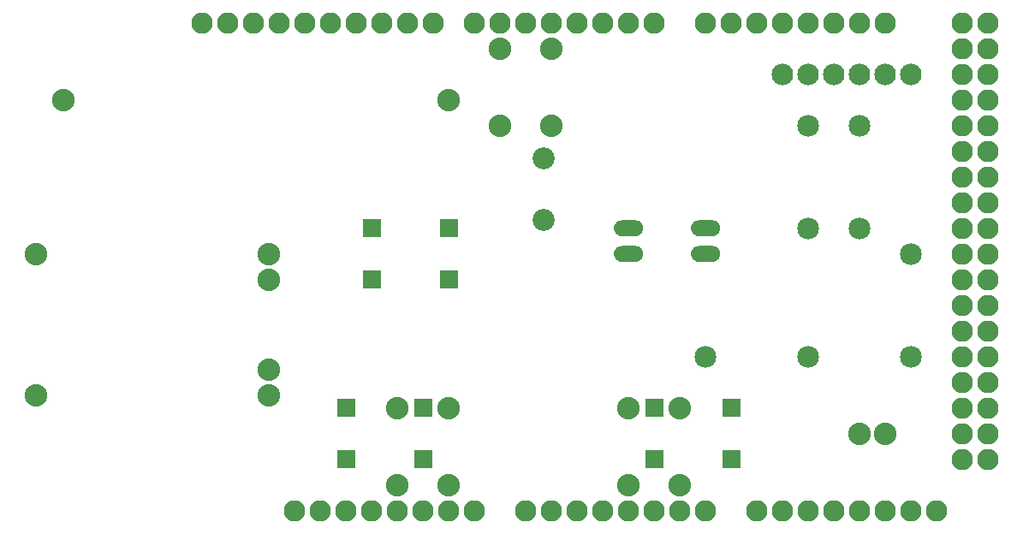
<source format=gbs>
G04 MADE WITH FRITZING*
G04 WWW.FRITZING.ORG*
G04 DOUBLE SIDED*
G04 HOLES PLATED*
G04 CONTOUR ON CENTER OF CONTOUR VECTOR*
%ASAXBY*%
%FSLAX23Y23*%
%MOIN*%
%OFA0B0*%
%SFA1.0B1.0*%
%ADD10C,0.082917*%
%ADD11C,0.085000*%
%ADD12C,0.062000*%
%ADD13C,0.088000*%
%ADD14C,0.084000*%
%ADD15C,0.069370*%
%ADD16C,0.085433*%
%ADD17R,0.001000X0.001000*%
%LNMASK0*%
G90*
G70*
G54D10*
X3007Y103D03*
X1407Y103D03*
X3107Y103D03*
X3207Y103D03*
X3307Y103D03*
X3407Y103D03*
X3707Y1503D03*
X3507Y103D03*
X3607Y103D03*
X1447Y2003D03*
X2007Y103D03*
X2107Y103D03*
X2207Y103D03*
X2307Y103D03*
X3707Y703D03*
X2407Y103D03*
X2507Y103D03*
X2607Y103D03*
X2707Y103D03*
X2207Y2003D03*
X3707Y1903D03*
X3707Y1103D03*
X3707Y303D03*
X1047Y2003D03*
X1807Y103D03*
X1807Y2003D03*
X3707Y1703D03*
X3707Y1303D03*
X3707Y903D03*
X3407Y2003D03*
X3707Y503D03*
X3307Y2003D03*
X3207Y2003D03*
X3107Y2003D03*
X3007Y2003D03*
X2907Y2003D03*
X2807Y2003D03*
X2707Y2003D03*
X847Y2003D03*
X1247Y2003D03*
X1647Y2003D03*
X1207Y103D03*
X1607Y103D03*
X2407Y2003D03*
X2007Y2003D03*
X3707Y2003D03*
X3707Y1803D03*
X3707Y1603D03*
X3707Y1403D03*
X3707Y1203D03*
X3707Y1003D03*
X3707Y803D03*
X3707Y603D03*
X3707Y403D03*
X747Y2003D03*
X947Y2003D03*
X1147Y2003D03*
X1347Y2003D03*
X1547Y2003D03*
X1107Y103D03*
X1307Y103D03*
X1507Y103D03*
X1707Y103D03*
X2507Y2003D03*
X2307Y2003D03*
X2107Y2003D03*
X1907Y2003D03*
X3807Y2003D03*
X3807Y1903D03*
X3807Y1803D03*
X3807Y1703D03*
X3807Y1603D03*
X3807Y1503D03*
X3807Y1403D03*
X3807Y1303D03*
X3807Y1203D03*
X3807Y1103D03*
X3807Y1003D03*
X3807Y903D03*
X3807Y803D03*
X3807Y703D03*
X3807Y603D03*
X3807Y503D03*
X3807Y403D03*
X3807Y303D03*
X2907Y103D03*
G54D11*
X3507Y1103D03*
X3507Y703D03*
G54D12*
X2707Y1103D03*
X2707Y1203D03*
X2407Y1203D03*
X2407Y1103D03*
G54D11*
X2707Y703D03*
X3107Y703D03*
G54D13*
X98Y1103D03*
X98Y551D03*
X1007Y1103D03*
X1007Y1003D03*
X1007Y652D03*
X1007Y551D03*
G54D14*
X3007Y1803D03*
X3107Y1803D03*
X3207Y1803D03*
X3307Y1803D03*
X3407Y1803D03*
X3507Y1803D03*
G54D13*
X1707Y1703D03*
X2407Y503D03*
X2407Y203D03*
X1907Y1603D03*
X1707Y203D03*
X2607Y203D03*
X1707Y503D03*
X1507Y503D03*
X207Y1703D03*
X2607Y503D03*
X2107Y1603D03*
X1907Y1903D03*
X1507Y203D03*
X2107Y1903D03*
G54D15*
X1307Y503D03*
X1607Y503D03*
X1307Y303D03*
X1607Y303D03*
X1707Y1003D03*
X1407Y1003D03*
X1707Y1203D03*
X1407Y1203D03*
X2507Y503D03*
X2807Y503D03*
X2507Y303D03*
X2807Y303D03*
G54D13*
X3407Y403D03*
X3307Y403D03*
G54D11*
X3307Y1203D03*
X3307Y1603D03*
X3107Y1203D03*
X3107Y1603D03*
G54D16*
X2076Y1475D03*
X2076Y1235D03*
G54D17*
X1373Y1237D02*
X1441Y1237D01*
X1673Y1237D02*
X1741Y1237D01*
X1373Y1236D02*
X1441Y1236D01*
X1673Y1236D02*
X1741Y1236D01*
X1373Y1235D02*
X1441Y1235D01*
X1673Y1235D02*
X1741Y1235D01*
X1373Y1234D02*
X1441Y1234D01*
X1673Y1234D02*
X1741Y1234D01*
X2378Y1234D02*
X2436Y1234D01*
X2678Y1234D02*
X2736Y1234D01*
X1373Y1233D02*
X1441Y1233D01*
X1673Y1233D02*
X1741Y1233D01*
X2373Y1233D02*
X2441Y1233D01*
X2673Y1233D02*
X2741Y1233D01*
X1373Y1232D02*
X1441Y1232D01*
X1673Y1232D02*
X1741Y1232D01*
X2370Y1232D02*
X2444Y1232D01*
X2670Y1232D02*
X2744Y1232D01*
X1373Y1231D02*
X1441Y1231D01*
X1673Y1231D02*
X1741Y1231D01*
X2368Y1231D02*
X2446Y1231D01*
X2668Y1231D02*
X2746Y1231D01*
X1373Y1230D02*
X1441Y1230D01*
X1673Y1230D02*
X1741Y1230D01*
X2366Y1230D02*
X2448Y1230D01*
X2666Y1230D02*
X2748Y1230D01*
X1373Y1229D02*
X1441Y1229D01*
X1673Y1229D02*
X1741Y1229D01*
X2364Y1229D02*
X2449Y1229D01*
X2664Y1229D02*
X2749Y1229D01*
X1373Y1228D02*
X1441Y1228D01*
X1673Y1228D02*
X1741Y1228D01*
X2363Y1228D02*
X2451Y1228D01*
X2663Y1228D02*
X2751Y1228D01*
X1373Y1227D02*
X1441Y1227D01*
X1673Y1227D02*
X1741Y1227D01*
X2361Y1227D02*
X2452Y1227D01*
X2661Y1227D02*
X2752Y1227D01*
X1373Y1226D02*
X1441Y1226D01*
X1673Y1226D02*
X1741Y1226D01*
X2360Y1226D02*
X2453Y1226D01*
X2660Y1226D02*
X2753Y1226D01*
X1373Y1225D02*
X1441Y1225D01*
X1673Y1225D02*
X1741Y1225D01*
X2359Y1225D02*
X2454Y1225D01*
X2659Y1225D02*
X2754Y1225D01*
X1373Y1224D02*
X1441Y1224D01*
X1673Y1224D02*
X1741Y1224D01*
X2358Y1224D02*
X2455Y1224D01*
X2658Y1224D02*
X2755Y1224D01*
X1373Y1223D02*
X1441Y1223D01*
X1673Y1223D02*
X1741Y1223D01*
X2357Y1223D02*
X2456Y1223D01*
X2657Y1223D02*
X2756Y1223D01*
X1373Y1222D02*
X1441Y1222D01*
X1673Y1222D02*
X1741Y1222D01*
X2357Y1222D02*
X2457Y1222D01*
X2657Y1222D02*
X2757Y1222D01*
X1373Y1221D02*
X1441Y1221D01*
X1673Y1221D02*
X1741Y1221D01*
X2356Y1221D02*
X2458Y1221D01*
X2656Y1221D02*
X2758Y1221D01*
X1373Y1220D02*
X1441Y1220D01*
X1673Y1220D02*
X1741Y1220D01*
X2355Y1220D02*
X2458Y1220D01*
X2655Y1220D02*
X2758Y1220D01*
X1373Y1219D02*
X1441Y1219D01*
X1673Y1219D02*
X1741Y1219D01*
X2355Y1219D02*
X2459Y1219D01*
X2655Y1219D02*
X2759Y1219D01*
X1373Y1218D02*
X1441Y1218D01*
X1673Y1218D02*
X1741Y1218D01*
X2354Y1218D02*
X2459Y1218D01*
X2654Y1218D02*
X2759Y1218D01*
X1373Y1217D02*
X1401Y1217D01*
X1413Y1217D02*
X1441Y1217D01*
X1673Y1217D02*
X1701Y1217D01*
X1713Y1217D02*
X1741Y1217D01*
X2354Y1217D02*
X2460Y1217D01*
X2654Y1217D02*
X2760Y1217D01*
X1373Y1216D02*
X1399Y1216D01*
X1415Y1216D02*
X1441Y1216D01*
X1673Y1216D02*
X1699Y1216D01*
X1715Y1216D02*
X1741Y1216D01*
X2353Y1216D02*
X2460Y1216D01*
X2653Y1216D02*
X2760Y1216D01*
X1373Y1215D02*
X1398Y1215D01*
X1416Y1215D02*
X1441Y1215D01*
X1673Y1215D02*
X1698Y1215D01*
X1716Y1215D02*
X1741Y1215D01*
X2353Y1215D02*
X2461Y1215D01*
X2653Y1215D02*
X2761Y1215D01*
X1373Y1214D02*
X1396Y1214D01*
X1417Y1214D02*
X1441Y1214D01*
X1673Y1214D02*
X1696Y1214D01*
X1717Y1214D02*
X1741Y1214D01*
X2352Y1214D02*
X2404Y1214D01*
X2410Y1214D02*
X2461Y1214D01*
X2652Y1214D02*
X2704Y1214D01*
X2710Y1214D02*
X2761Y1214D01*
X1373Y1213D02*
X1395Y1213D01*
X1418Y1213D02*
X1441Y1213D01*
X1673Y1213D02*
X1695Y1213D01*
X1718Y1213D02*
X1741Y1213D01*
X2352Y1213D02*
X2401Y1213D01*
X2412Y1213D02*
X2462Y1213D01*
X2652Y1213D02*
X2701Y1213D01*
X2712Y1213D02*
X2762Y1213D01*
X1373Y1212D02*
X1395Y1212D01*
X1419Y1212D02*
X1441Y1212D01*
X1673Y1212D02*
X1695Y1212D01*
X1719Y1212D02*
X1741Y1212D01*
X2352Y1212D02*
X2400Y1212D01*
X2414Y1212D02*
X2462Y1212D01*
X2652Y1212D02*
X2700Y1212D01*
X2714Y1212D02*
X2762Y1212D01*
X1373Y1211D02*
X1394Y1211D01*
X1420Y1211D02*
X1441Y1211D01*
X1673Y1211D02*
X1694Y1211D01*
X1720Y1211D02*
X1741Y1211D01*
X2351Y1211D02*
X2399Y1211D01*
X2415Y1211D02*
X2462Y1211D01*
X2651Y1211D02*
X2699Y1211D01*
X2715Y1211D02*
X2762Y1211D01*
X1373Y1210D02*
X1393Y1210D01*
X1420Y1210D02*
X1441Y1210D01*
X1673Y1210D02*
X1693Y1210D01*
X1720Y1210D02*
X1741Y1210D01*
X2351Y1210D02*
X2398Y1210D01*
X2416Y1210D02*
X2462Y1210D01*
X2651Y1210D02*
X2698Y1210D01*
X2716Y1210D02*
X2762Y1210D01*
X1373Y1209D02*
X1393Y1209D01*
X1421Y1209D02*
X1441Y1209D01*
X1673Y1209D02*
X1693Y1209D01*
X1721Y1209D02*
X1741Y1209D01*
X2351Y1209D02*
X2397Y1209D01*
X2417Y1209D02*
X2463Y1209D01*
X2651Y1209D02*
X2697Y1209D01*
X2717Y1209D02*
X2763Y1209D01*
X1373Y1208D02*
X1392Y1208D01*
X1421Y1208D02*
X1441Y1208D01*
X1673Y1208D02*
X1692Y1208D01*
X1721Y1208D02*
X1741Y1208D01*
X2351Y1208D02*
X2396Y1208D01*
X2417Y1208D02*
X2463Y1208D01*
X2651Y1208D02*
X2696Y1208D01*
X2717Y1208D02*
X2763Y1208D01*
X1373Y1207D02*
X1392Y1207D01*
X1422Y1207D02*
X1441Y1207D01*
X1673Y1207D02*
X1692Y1207D01*
X1722Y1207D02*
X1741Y1207D01*
X2351Y1207D02*
X2396Y1207D01*
X2418Y1207D02*
X2463Y1207D01*
X2651Y1207D02*
X2696Y1207D01*
X2718Y1207D02*
X2763Y1207D01*
X1373Y1206D02*
X1392Y1206D01*
X1422Y1206D02*
X1441Y1206D01*
X1673Y1206D02*
X1692Y1206D01*
X1722Y1206D02*
X1741Y1206D01*
X2350Y1206D02*
X2396Y1206D01*
X2418Y1206D02*
X2463Y1206D01*
X2650Y1206D02*
X2696Y1206D01*
X2718Y1206D02*
X2763Y1206D01*
X1373Y1205D02*
X1392Y1205D01*
X1422Y1205D02*
X1441Y1205D01*
X1673Y1205D02*
X1692Y1205D01*
X1722Y1205D02*
X1741Y1205D01*
X2350Y1205D02*
X2395Y1205D01*
X2418Y1205D02*
X2463Y1205D01*
X2650Y1205D02*
X2695Y1205D01*
X2718Y1205D02*
X2763Y1205D01*
X1373Y1204D02*
X1392Y1204D01*
X1422Y1204D02*
X1441Y1204D01*
X1673Y1204D02*
X1692Y1204D01*
X1722Y1204D02*
X1741Y1204D01*
X2350Y1204D02*
X2395Y1204D01*
X2418Y1204D02*
X2463Y1204D01*
X2650Y1204D02*
X2695Y1204D01*
X2718Y1204D02*
X2763Y1204D01*
X1373Y1203D02*
X1392Y1203D01*
X1422Y1203D02*
X1441Y1203D01*
X1673Y1203D02*
X1692Y1203D01*
X1722Y1203D02*
X1741Y1203D01*
X2350Y1203D02*
X2395Y1203D01*
X2418Y1203D02*
X2463Y1203D01*
X2650Y1203D02*
X2695Y1203D01*
X2718Y1203D02*
X2763Y1203D01*
X1373Y1202D02*
X1392Y1202D01*
X1422Y1202D02*
X1441Y1202D01*
X1673Y1202D02*
X1692Y1202D01*
X1722Y1202D02*
X1741Y1202D01*
X2350Y1202D02*
X2395Y1202D01*
X2418Y1202D02*
X2463Y1202D01*
X2650Y1202D02*
X2695Y1202D01*
X2718Y1202D02*
X2763Y1202D01*
X1373Y1201D02*
X1392Y1201D01*
X1422Y1201D02*
X1441Y1201D01*
X1673Y1201D02*
X1692Y1201D01*
X1722Y1201D02*
X1741Y1201D01*
X2350Y1201D02*
X2396Y1201D01*
X2418Y1201D02*
X2463Y1201D01*
X2650Y1201D02*
X2696Y1201D01*
X2718Y1201D02*
X2763Y1201D01*
X1373Y1200D02*
X1392Y1200D01*
X1422Y1200D02*
X1441Y1200D01*
X1673Y1200D02*
X1692Y1200D01*
X1722Y1200D02*
X1741Y1200D01*
X2350Y1200D02*
X2396Y1200D01*
X2418Y1200D02*
X2463Y1200D01*
X2650Y1200D02*
X2696Y1200D01*
X2718Y1200D02*
X2763Y1200D01*
X1373Y1199D02*
X1392Y1199D01*
X1421Y1199D02*
X1441Y1199D01*
X1673Y1199D02*
X1692Y1199D01*
X1721Y1199D02*
X1741Y1199D01*
X2351Y1199D02*
X2396Y1199D01*
X2418Y1199D02*
X2463Y1199D01*
X2651Y1199D02*
X2696Y1199D01*
X2718Y1199D02*
X2763Y1199D01*
X1373Y1198D02*
X1393Y1198D01*
X1421Y1198D02*
X1441Y1198D01*
X1673Y1198D02*
X1693Y1198D01*
X1721Y1198D02*
X1741Y1198D01*
X2351Y1198D02*
X2397Y1198D01*
X2417Y1198D02*
X2463Y1198D01*
X2651Y1198D02*
X2697Y1198D01*
X2717Y1198D02*
X2763Y1198D01*
X1373Y1197D02*
X1393Y1197D01*
X1421Y1197D02*
X1441Y1197D01*
X1673Y1197D02*
X1693Y1197D01*
X1721Y1197D02*
X1741Y1197D01*
X2351Y1197D02*
X2397Y1197D01*
X2416Y1197D02*
X2463Y1197D01*
X2651Y1197D02*
X2697Y1197D01*
X2716Y1197D02*
X2763Y1197D01*
X1373Y1196D02*
X1394Y1196D01*
X1420Y1196D02*
X1441Y1196D01*
X1673Y1196D02*
X1694Y1196D01*
X1720Y1196D02*
X1741Y1196D01*
X2351Y1196D02*
X2398Y1196D01*
X2416Y1196D02*
X2462Y1196D01*
X2651Y1196D02*
X2698Y1196D01*
X2716Y1196D02*
X2762Y1196D01*
X1373Y1195D02*
X1394Y1195D01*
X1419Y1195D02*
X1441Y1195D01*
X1673Y1195D02*
X1694Y1195D01*
X1719Y1195D02*
X1741Y1195D01*
X2352Y1195D02*
X2399Y1195D01*
X2415Y1195D02*
X2462Y1195D01*
X2652Y1195D02*
X2699Y1195D01*
X2715Y1195D02*
X2762Y1195D01*
X1373Y1194D02*
X1395Y1194D01*
X1419Y1194D02*
X1441Y1194D01*
X1673Y1194D02*
X1695Y1194D01*
X1719Y1194D02*
X1741Y1194D01*
X2352Y1194D02*
X2400Y1194D01*
X2413Y1194D02*
X2462Y1194D01*
X2652Y1194D02*
X2700Y1194D01*
X2713Y1194D02*
X2762Y1194D01*
X1373Y1193D02*
X1396Y1193D01*
X1418Y1193D02*
X1441Y1193D01*
X1673Y1193D02*
X1696Y1193D01*
X1718Y1193D02*
X1741Y1193D01*
X2352Y1193D02*
X2402Y1193D01*
X2411Y1193D02*
X2461Y1193D01*
X2652Y1193D02*
X2702Y1193D01*
X2711Y1193D02*
X2761Y1193D01*
X1373Y1192D02*
X1397Y1192D01*
X1417Y1192D02*
X1441Y1192D01*
X1673Y1192D02*
X1697Y1192D01*
X1717Y1192D02*
X1741Y1192D01*
X2353Y1192D02*
X2461Y1192D01*
X2653Y1192D02*
X2761Y1192D01*
X1373Y1191D02*
X1398Y1191D01*
X1415Y1191D02*
X1441Y1191D01*
X1673Y1191D02*
X1698Y1191D01*
X1715Y1191D02*
X1741Y1191D01*
X2353Y1191D02*
X2461Y1191D01*
X2653Y1191D02*
X2761Y1191D01*
X1373Y1190D02*
X1400Y1190D01*
X1414Y1190D02*
X1441Y1190D01*
X1673Y1190D02*
X1700Y1190D01*
X1714Y1190D02*
X1741Y1190D01*
X2353Y1190D02*
X2460Y1190D01*
X2653Y1190D02*
X2760Y1190D01*
X1373Y1189D02*
X1403Y1189D01*
X1411Y1189D02*
X1441Y1189D01*
X1673Y1189D02*
X1703Y1189D01*
X1711Y1189D02*
X1741Y1189D01*
X2354Y1189D02*
X2460Y1189D01*
X2654Y1189D02*
X2760Y1189D01*
X1373Y1188D02*
X1441Y1188D01*
X1673Y1188D02*
X1741Y1188D01*
X2354Y1188D02*
X2459Y1188D01*
X2654Y1188D02*
X2759Y1188D01*
X1373Y1187D02*
X1441Y1187D01*
X1673Y1187D02*
X1741Y1187D01*
X2355Y1187D02*
X2459Y1187D01*
X2655Y1187D02*
X2759Y1187D01*
X1373Y1186D02*
X1441Y1186D01*
X1673Y1186D02*
X1741Y1186D01*
X2356Y1186D02*
X2458Y1186D01*
X2656Y1186D02*
X2758Y1186D01*
X1373Y1185D02*
X1441Y1185D01*
X1673Y1185D02*
X1741Y1185D01*
X2356Y1185D02*
X2457Y1185D01*
X2656Y1185D02*
X2757Y1185D01*
X1373Y1184D02*
X1441Y1184D01*
X1673Y1184D02*
X1741Y1184D01*
X2357Y1184D02*
X2457Y1184D01*
X2657Y1184D02*
X2757Y1184D01*
X1373Y1183D02*
X1441Y1183D01*
X1673Y1183D02*
X1741Y1183D01*
X2358Y1183D02*
X2456Y1183D01*
X2658Y1183D02*
X2756Y1183D01*
X1373Y1182D02*
X1441Y1182D01*
X1673Y1182D02*
X1741Y1182D01*
X2359Y1182D02*
X2455Y1182D01*
X2659Y1182D02*
X2755Y1182D01*
X1373Y1181D02*
X1441Y1181D01*
X1673Y1181D02*
X1741Y1181D01*
X2360Y1181D02*
X2454Y1181D01*
X2660Y1181D02*
X2754Y1181D01*
X1373Y1180D02*
X1441Y1180D01*
X1673Y1180D02*
X1741Y1180D01*
X2361Y1180D02*
X2453Y1180D01*
X2661Y1180D02*
X2753Y1180D01*
X1373Y1179D02*
X1441Y1179D01*
X1673Y1179D02*
X1741Y1179D01*
X2362Y1179D02*
X2452Y1179D01*
X2662Y1179D02*
X2752Y1179D01*
X1373Y1178D02*
X1441Y1178D01*
X1673Y1178D02*
X1741Y1178D01*
X2363Y1178D02*
X2450Y1178D01*
X2663Y1178D02*
X2750Y1178D01*
X1373Y1177D02*
X1441Y1177D01*
X1673Y1177D02*
X1741Y1177D01*
X2365Y1177D02*
X2449Y1177D01*
X2665Y1177D02*
X2749Y1177D01*
X1373Y1176D02*
X1441Y1176D01*
X1673Y1176D02*
X1741Y1176D01*
X2367Y1176D02*
X2447Y1176D01*
X2667Y1176D02*
X2747Y1176D01*
X1373Y1175D02*
X1441Y1175D01*
X1673Y1175D02*
X1741Y1175D01*
X2369Y1175D02*
X2445Y1175D01*
X2669Y1175D02*
X2745Y1175D01*
X1373Y1174D02*
X1441Y1174D01*
X1673Y1174D02*
X1741Y1174D01*
X2371Y1174D02*
X2442Y1174D01*
X2671Y1174D02*
X2742Y1174D01*
X1373Y1173D02*
X1441Y1173D01*
X1673Y1173D02*
X1741Y1173D01*
X2375Y1173D02*
X2439Y1173D01*
X2675Y1173D02*
X2739Y1173D01*
X1373Y1172D02*
X1441Y1172D01*
X1673Y1172D02*
X1741Y1172D01*
X1373Y1171D02*
X1441Y1171D01*
X1673Y1171D02*
X1741Y1171D01*
X1373Y1170D02*
X1441Y1170D01*
X1673Y1170D02*
X1741Y1170D01*
X1373Y1169D02*
X1441Y1169D01*
X1673Y1169D02*
X1741Y1169D01*
X2378Y1134D02*
X2436Y1134D01*
X2678Y1134D02*
X2736Y1134D01*
X2373Y1133D02*
X2441Y1133D01*
X2673Y1133D02*
X2741Y1133D01*
X2370Y1132D02*
X2444Y1132D01*
X2670Y1132D02*
X2744Y1132D01*
X2368Y1131D02*
X2446Y1131D01*
X2668Y1131D02*
X2746Y1131D01*
X2366Y1130D02*
X2448Y1130D01*
X2666Y1130D02*
X2748Y1130D01*
X2364Y1129D02*
X2449Y1129D01*
X2664Y1129D02*
X2749Y1129D01*
X2363Y1128D02*
X2451Y1128D01*
X2663Y1128D02*
X2751Y1128D01*
X2361Y1127D02*
X2452Y1127D01*
X2661Y1127D02*
X2752Y1127D01*
X2360Y1126D02*
X2453Y1126D01*
X2660Y1126D02*
X2753Y1126D01*
X2359Y1125D02*
X2454Y1125D01*
X2659Y1125D02*
X2754Y1125D01*
X2358Y1124D02*
X2455Y1124D01*
X2658Y1124D02*
X2755Y1124D01*
X2357Y1123D02*
X2456Y1123D01*
X2657Y1123D02*
X2756Y1123D01*
X2357Y1122D02*
X2457Y1122D01*
X2657Y1122D02*
X2757Y1122D01*
X2356Y1121D02*
X2458Y1121D01*
X2656Y1121D02*
X2758Y1121D01*
X2355Y1120D02*
X2458Y1120D01*
X2655Y1120D02*
X2758Y1120D01*
X2355Y1119D02*
X2459Y1119D01*
X2655Y1119D02*
X2759Y1119D01*
X2354Y1118D02*
X2459Y1118D01*
X2654Y1118D02*
X2759Y1118D01*
X2354Y1117D02*
X2460Y1117D01*
X2654Y1117D02*
X2760Y1117D01*
X2353Y1116D02*
X2460Y1116D01*
X2653Y1116D02*
X2760Y1116D01*
X2353Y1115D02*
X2461Y1115D01*
X2653Y1115D02*
X2761Y1115D01*
X2352Y1114D02*
X2404Y1114D01*
X2410Y1114D02*
X2461Y1114D01*
X2652Y1114D02*
X2704Y1114D01*
X2710Y1114D02*
X2761Y1114D01*
X2352Y1113D02*
X2401Y1113D01*
X2412Y1113D02*
X2462Y1113D01*
X2652Y1113D02*
X2701Y1113D01*
X2712Y1113D02*
X2762Y1113D01*
X2352Y1112D02*
X2400Y1112D01*
X2414Y1112D02*
X2462Y1112D01*
X2652Y1112D02*
X2700Y1112D01*
X2714Y1112D02*
X2762Y1112D01*
X2351Y1111D02*
X2399Y1111D01*
X2415Y1111D02*
X2462Y1111D01*
X2651Y1111D02*
X2699Y1111D01*
X2715Y1111D02*
X2762Y1111D01*
X2351Y1110D02*
X2398Y1110D01*
X2416Y1110D02*
X2462Y1110D01*
X2651Y1110D02*
X2698Y1110D01*
X2716Y1110D02*
X2762Y1110D01*
X2351Y1109D02*
X2397Y1109D01*
X2417Y1109D02*
X2463Y1109D01*
X2651Y1109D02*
X2697Y1109D01*
X2717Y1109D02*
X2763Y1109D01*
X2351Y1108D02*
X2396Y1108D01*
X2417Y1108D02*
X2463Y1108D01*
X2651Y1108D02*
X2696Y1108D01*
X2717Y1108D02*
X2763Y1108D01*
X2351Y1107D02*
X2396Y1107D01*
X2418Y1107D02*
X2463Y1107D01*
X2651Y1107D02*
X2696Y1107D01*
X2718Y1107D02*
X2763Y1107D01*
X2350Y1106D02*
X2396Y1106D01*
X2418Y1106D02*
X2463Y1106D01*
X2650Y1106D02*
X2696Y1106D01*
X2718Y1106D02*
X2763Y1106D01*
X2350Y1105D02*
X2395Y1105D01*
X2418Y1105D02*
X2463Y1105D01*
X2650Y1105D02*
X2695Y1105D01*
X2718Y1105D02*
X2763Y1105D01*
X2350Y1104D02*
X2395Y1104D01*
X2418Y1104D02*
X2463Y1104D01*
X2650Y1104D02*
X2695Y1104D01*
X2718Y1104D02*
X2763Y1104D01*
X2350Y1103D02*
X2395Y1103D01*
X2418Y1103D02*
X2463Y1103D01*
X2650Y1103D02*
X2695Y1103D01*
X2718Y1103D02*
X2763Y1103D01*
X2350Y1102D02*
X2395Y1102D01*
X2418Y1102D02*
X2463Y1102D01*
X2650Y1102D02*
X2695Y1102D01*
X2718Y1102D02*
X2763Y1102D01*
X2350Y1101D02*
X2396Y1101D01*
X2418Y1101D02*
X2463Y1101D01*
X2650Y1101D02*
X2696Y1101D01*
X2718Y1101D02*
X2763Y1101D01*
X2350Y1100D02*
X2396Y1100D01*
X2418Y1100D02*
X2463Y1100D01*
X2650Y1100D02*
X2696Y1100D01*
X2718Y1100D02*
X2763Y1100D01*
X2351Y1099D02*
X2396Y1099D01*
X2418Y1099D02*
X2463Y1099D01*
X2651Y1099D02*
X2696Y1099D01*
X2718Y1099D02*
X2763Y1099D01*
X2351Y1098D02*
X2397Y1098D01*
X2417Y1098D02*
X2463Y1098D01*
X2651Y1098D02*
X2697Y1098D01*
X2717Y1098D02*
X2763Y1098D01*
X2351Y1097D02*
X2397Y1097D01*
X2416Y1097D02*
X2463Y1097D01*
X2651Y1097D02*
X2697Y1097D01*
X2716Y1097D02*
X2763Y1097D01*
X2351Y1096D02*
X2398Y1096D01*
X2416Y1096D02*
X2462Y1096D01*
X2651Y1096D02*
X2698Y1096D01*
X2716Y1096D02*
X2762Y1096D01*
X2352Y1095D02*
X2399Y1095D01*
X2415Y1095D02*
X2462Y1095D01*
X2652Y1095D02*
X2699Y1095D01*
X2715Y1095D02*
X2762Y1095D01*
X2352Y1094D02*
X2400Y1094D01*
X2413Y1094D02*
X2462Y1094D01*
X2652Y1094D02*
X2700Y1094D01*
X2713Y1094D02*
X2762Y1094D01*
X2352Y1093D02*
X2402Y1093D01*
X2411Y1093D02*
X2461Y1093D01*
X2652Y1093D02*
X2702Y1093D01*
X2711Y1093D02*
X2761Y1093D01*
X2353Y1092D02*
X2461Y1092D01*
X2653Y1092D02*
X2761Y1092D01*
X2353Y1091D02*
X2461Y1091D01*
X2653Y1091D02*
X2761Y1091D01*
X2353Y1090D02*
X2460Y1090D01*
X2653Y1090D02*
X2760Y1090D01*
X2354Y1089D02*
X2460Y1089D01*
X2654Y1089D02*
X2760Y1089D01*
X2354Y1088D02*
X2459Y1088D01*
X2654Y1088D02*
X2759Y1088D01*
X2355Y1087D02*
X2459Y1087D01*
X2655Y1087D02*
X2759Y1087D01*
X2356Y1086D02*
X2458Y1086D01*
X2656Y1086D02*
X2758Y1086D01*
X2356Y1085D02*
X2457Y1085D01*
X2656Y1085D02*
X2757Y1085D01*
X2357Y1084D02*
X2457Y1084D01*
X2657Y1084D02*
X2757Y1084D01*
X2358Y1083D02*
X2456Y1083D01*
X2658Y1083D02*
X2756Y1083D01*
X2359Y1082D02*
X2455Y1082D01*
X2659Y1082D02*
X2755Y1082D01*
X2360Y1081D02*
X2454Y1081D01*
X2660Y1081D02*
X2754Y1081D01*
X2361Y1080D02*
X2453Y1080D01*
X2661Y1080D02*
X2753Y1080D01*
X2362Y1079D02*
X2452Y1079D01*
X2662Y1079D02*
X2752Y1079D01*
X2363Y1078D02*
X2450Y1078D01*
X2663Y1078D02*
X2750Y1078D01*
X2365Y1077D02*
X2449Y1077D01*
X2665Y1077D02*
X2749Y1077D01*
X2367Y1076D02*
X2447Y1076D01*
X2667Y1076D02*
X2747Y1076D01*
X2369Y1075D02*
X2445Y1075D01*
X2669Y1075D02*
X2745Y1075D01*
X2371Y1074D02*
X2442Y1074D01*
X2671Y1074D02*
X2742Y1074D01*
X2375Y1073D02*
X2439Y1073D01*
X2675Y1073D02*
X2739Y1073D01*
X1373Y1037D02*
X1441Y1037D01*
X1673Y1037D02*
X1741Y1037D01*
X1373Y1036D02*
X1441Y1036D01*
X1673Y1036D02*
X1741Y1036D01*
X1373Y1035D02*
X1441Y1035D01*
X1673Y1035D02*
X1741Y1035D01*
X1373Y1034D02*
X1441Y1034D01*
X1673Y1034D02*
X1741Y1034D01*
X1373Y1033D02*
X1441Y1033D01*
X1673Y1033D02*
X1741Y1033D01*
X1373Y1032D02*
X1441Y1032D01*
X1673Y1032D02*
X1741Y1032D01*
X1373Y1031D02*
X1441Y1031D01*
X1673Y1031D02*
X1741Y1031D01*
X1373Y1030D02*
X1441Y1030D01*
X1673Y1030D02*
X1741Y1030D01*
X1373Y1029D02*
X1441Y1029D01*
X1673Y1029D02*
X1741Y1029D01*
X1373Y1028D02*
X1441Y1028D01*
X1673Y1028D02*
X1741Y1028D01*
X1373Y1027D02*
X1441Y1027D01*
X1673Y1027D02*
X1741Y1027D01*
X1373Y1026D02*
X1441Y1026D01*
X1673Y1026D02*
X1741Y1026D01*
X1373Y1025D02*
X1441Y1025D01*
X1673Y1025D02*
X1741Y1025D01*
X1373Y1024D02*
X1441Y1024D01*
X1673Y1024D02*
X1741Y1024D01*
X1373Y1023D02*
X1441Y1023D01*
X1673Y1023D02*
X1741Y1023D01*
X1373Y1022D02*
X1441Y1022D01*
X1673Y1022D02*
X1741Y1022D01*
X1373Y1021D02*
X1441Y1021D01*
X1673Y1021D02*
X1741Y1021D01*
X1373Y1020D02*
X1441Y1020D01*
X1673Y1020D02*
X1741Y1020D01*
X1373Y1019D02*
X1441Y1019D01*
X1673Y1019D02*
X1741Y1019D01*
X1373Y1018D02*
X1441Y1018D01*
X1673Y1018D02*
X1741Y1018D01*
X1373Y1017D02*
X1401Y1017D01*
X1413Y1017D02*
X1441Y1017D01*
X1673Y1017D02*
X1701Y1017D01*
X1713Y1017D02*
X1741Y1017D01*
X1373Y1016D02*
X1399Y1016D01*
X1415Y1016D02*
X1441Y1016D01*
X1673Y1016D02*
X1699Y1016D01*
X1715Y1016D02*
X1741Y1016D01*
X1373Y1015D02*
X1398Y1015D01*
X1416Y1015D02*
X1441Y1015D01*
X1673Y1015D02*
X1698Y1015D01*
X1716Y1015D02*
X1741Y1015D01*
X1373Y1014D02*
X1396Y1014D01*
X1417Y1014D02*
X1441Y1014D01*
X1673Y1014D02*
X1696Y1014D01*
X1717Y1014D02*
X1741Y1014D01*
X1373Y1013D02*
X1395Y1013D01*
X1418Y1013D02*
X1441Y1013D01*
X1673Y1013D02*
X1695Y1013D01*
X1718Y1013D02*
X1741Y1013D01*
X1373Y1012D02*
X1395Y1012D01*
X1419Y1012D02*
X1441Y1012D01*
X1673Y1012D02*
X1695Y1012D01*
X1719Y1012D02*
X1741Y1012D01*
X1373Y1011D02*
X1394Y1011D01*
X1420Y1011D02*
X1441Y1011D01*
X1673Y1011D02*
X1694Y1011D01*
X1720Y1011D02*
X1741Y1011D01*
X1373Y1010D02*
X1393Y1010D01*
X1420Y1010D02*
X1441Y1010D01*
X1673Y1010D02*
X1693Y1010D01*
X1720Y1010D02*
X1741Y1010D01*
X1373Y1009D02*
X1393Y1009D01*
X1421Y1009D02*
X1441Y1009D01*
X1673Y1009D02*
X1693Y1009D01*
X1721Y1009D02*
X1741Y1009D01*
X1373Y1008D02*
X1392Y1008D01*
X1421Y1008D02*
X1441Y1008D01*
X1673Y1008D02*
X1692Y1008D01*
X1721Y1008D02*
X1741Y1008D01*
X1373Y1007D02*
X1392Y1007D01*
X1422Y1007D02*
X1441Y1007D01*
X1673Y1007D02*
X1692Y1007D01*
X1722Y1007D02*
X1741Y1007D01*
X1373Y1006D02*
X1392Y1006D01*
X1422Y1006D02*
X1441Y1006D01*
X1673Y1006D02*
X1692Y1006D01*
X1722Y1006D02*
X1741Y1006D01*
X1373Y1005D02*
X1392Y1005D01*
X1422Y1005D02*
X1441Y1005D01*
X1673Y1005D02*
X1692Y1005D01*
X1722Y1005D02*
X1741Y1005D01*
X1373Y1004D02*
X1392Y1004D01*
X1422Y1004D02*
X1441Y1004D01*
X1673Y1004D02*
X1692Y1004D01*
X1722Y1004D02*
X1741Y1004D01*
X1373Y1003D02*
X1392Y1003D01*
X1422Y1003D02*
X1441Y1003D01*
X1673Y1003D02*
X1692Y1003D01*
X1722Y1003D02*
X1741Y1003D01*
X1373Y1002D02*
X1392Y1002D01*
X1422Y1002D02*
X1441Y1002D01*
X1673Y1002D02*
X1692Y1002D01*
X1722Y1002D02*
X1741Y1002D01*
X1373Y1001D02*
X1392Y1001D01*
X1422Y1001D02*
X1441Y1001D01*
X1673Y1001D02*
X1692Y1001D01*
X1722Y1001D02*
X1741Y1001D01*
X1373Y1000D02*
X1392Y1000D01*
X1422Y1000D02*
X1441Y1000D01*
X1673Y1000D02*
X1692Y1000D01*
X1722Y1000D02*
X1741Y1000D01*
X1373Y999D02*
X1392Y999D01*
X1421Y999D02*
X1441Y999D01*
X1673Y999D02*
X1692Y999D01*
X1721Y999D02*
X1741Y999D01*
X1373Y998D02*
X1393Y998D01*
X1421Y998D02*
X1441Y998D01*
X1673Y998D02*
X1693Y998D01*
X1721Y998D02*
X1741Y998D01*
X1373Y997D02*
X1393Y997D01*
X1421Y997D02*
X1441Y997D01*
X1673Y997D02*
X1693Y997D01*
X1721Y997D02*
X1741Y997D01*
X1373Y996D02*
X1394Y996D01*
X1420Y996D02*
X1441Y996D01*
X1673Y996D02*
X1694Y996D01*
X1720Y996D02*
X1741Y996D01*
X1373Y995D02*
X1394Y995D01*
X1419Y995D02*
X1441Y995D01*
X1673Y995D02*
X1694Y995D01*
X1719Y995D02*
X1741Y995D01*
X1373Y994D02*
X1395Y994D01*
X1419Y994D02*
X1441Y994D01*
X1673Y994D02*
X1695Y994D01*
X1719Y994D02*
X1741Y994D01*
X1373Y993D02*
X1396Y993D01*
X1418Y993D02*
X1441Y993D01*
X1673Y993D02*
X1696Y993D01*
X1718Y993D02*
X1741Y993D01*
X1373Y992D02*
X1397Y992D01*
X1417Y992D02*
X1441Y992D01*
X1673Y992D02*
X1697Y992D01*
X1717Y992D02*
X1741Y992D01*
X1373Y991D02*
X1398Y991D01*
X1415Y991D02*
X1441Y991D01*
X1673Y991D02*
X1698Y991D01*
X1715Y991D02*
X1741Y991D01*
X1373Y990D02*
X1400Y990D01*
X1414Y990D02*
X1441Y990D01*
X1673Y990D02*
X1700Y990D01*
X1714Y990D02*
X1741Y990D01*
X1373Y989D02*
X1403Y989D01*
X1411Y989D02*
X1441Y989D01*
X1673Y989D02*
X1703Y989D01*
X1711Y989D02*
X1741Y989D01*
X1373Y988D02*
X1441Y988D01*
X1673Y988D02*
X1741Y988D01*
X1373Y987D02*
X1441Y987D01*
X1673Y987D02*
X1741Y987D01*
X1373Y986D02*
X1441Y986D01*
X1673Y986D02*
X1741Y986D01*
X1373Y985D02*
X1441Y985D01*
X1673Y985D02*
X1741Y985D01*
X1373Y984D02*
X1441Y984D01*
X1673Y984D02*
X1741Y984D01*
X1373Y983D02*
X1441Y983D01*
X1673Y983D02*
X1741Y983D01*
X1373Y982D02*
X1441Y982D01*
X1673Y982D02*
X1741Y982D01*
X1373Y981D02*
X1441Y981D01*
X1673Y981D02*
X1741Y981D01*
X1373Y980D02*
X1441Y980D01*
X1673Y980D02*
X1741Y980D01*
X1373Y979D02*
X1441Y979D01*
X1673Y979D02*
X1741Y979D01*
X1373Y978D02*
X1441Y978D01*
X1673Y978D02*
X1741Y978D01*
X1373Y977D02*
X1441Y977D01*
X1673Y977D02*
X1741Y977D01*
X1373Y976D02*
X1441Y976D01*
X1673Y976D02*
X1741Y976D01*
X1373Y975D02*
X1441Y975D01*
X1673Y975D02*
X1741Y975D01*
X1373Y974D02*
X1441Y974D01*
X1673Y974D02*
X1741Y974D01*
X1373Y973D02*
X1441Y973D01*
X1673Y973D02*
X1741Y973D01*
X1373Y972D02*
X1441Y972D01*
X1673Y972D02*
X1741Y972D01*
X1373Y971D02*
X1441Y971D01*
X1673Y971D02*
X1741Y971D01*
X1373Y970D02*
X1441Y970D01*
X1673Y970D02*
X1741Y970D01*
X1373Y969D02*
X1441Y969D01*
X1673Y969D02*
X1741Y969D01*
X1273Y537D02*
X1341Y537D01*
X1573Y537D02*
X1641Y537D01*
X2473Y537D02*
X2541Y537D01*
X2773Y537D02*
X2841Y537D01*
X1273Y536D02*
X1341Y536D01*
X1573Y536D02*
X1641Y536D01*
X2473Y536D02*
X2541Y536D01*
X2773Y536D02*
X2841Y536D01*
X1273Y535D02*
X1341Y535D01*
X1573Y535D02*
X1641Y535D01*
X2473Y535D02*
X2541Y535D01*
X2773Y535D02*
X2841Y535D01*
X1273Y534D02*
X1341Y534D01*
X1573Y534D02*
X1641Y534D01*
X2473Y534D02*
X2541Y534D01*
X2773Y534D02*
X2841Y534D01*
X1273Y533D02*
X1341Y533D01*
X1573Y533D02*
X1641Y533D01*
X2473Y533D02*
X2541Y533D01*
X2773Y533D02*
X2841Y533D01*
X1273Y532D02*
X1341Y532D01*
X1573Y532D02*
X1641Y532D01*
X2473Y532D02*
X2541Y532D01*
X2773Y532D02*
X2841Y532D01*
X1273Y531D02*
X1341Y531D01*
X1573Y531D02*
X1641Y531D01*
X2473Y531D02*
X2541Y531D01*
X2773Y531D02*
X2841Y531D01*
X1273Y530D02*
X1341Y530D01*
X1573Y530D02*
X1641Y530D01*
X2473Y530D02*
X2541Y530D01*
X2773Y530D02*
X2841Y530D01*
X1273Y529D02*
X1341Y529D01*
X1573Y529D02*
X1641Y529D01*
X2473Y529D02*
X2541Y529D01*
X2773Y529D02*
X2841Y529D01*
X1273Y528D02*
X1341Y528D01*
X1573Y528D02*
X1641Y528D01*
X2473Y528D02*
X2541Y528D01*
X2773Y528D02*
X2841Y528D01*
X1273Y527D02*
X1341Y527D01*
X1573Y527D02*
X1641Y527D01*
X2473Y527D02*
X2541Y527D01*
X2773Y527D02*
X2841Y527D01*
X1273Y526D02*
X1341Y526D01*
X1573Y526D02*
X1641Y526D01*
X2473Y526D02*
X2541Y526D01*
X2773Y526D02*
X2841Y526D01*
X1273Y525D02*
X1341Y525D01*
X1573Y525D02*
X1641Y525D01*
X2473Y525D02*
X2541Y525D01*
X2773Y525D02*
X2841Y525D01*
X1273Y524D02*
X1341Y524D01*
X1573Y524D02*
X1641Y524D01*
X2473Y524D02*
X2541Y524D01*
X2773Y524D02*
X2841Y524D01*
X1273Y523D02*
X1341Y523D01*
X1573Y523D02*
X1641Y523D01*
X2473Y523D02*
X2541Y523D01*
X2773Y523D02*
X2841Y523D01*
X1273Y522D02*
X1341Y522D01*
X1573Y522D02*
X1641Y522D01*
X2473Y522D02*
X2541Y522D01*
X2773Y522D02*
X2841Y522D01*
X1273Y521D02*
X1341Y521D01*
X1573Y521D02*
X1641Y521D01*
X2473Y521D02*
X2541Y521D01*
X2773Y521D02*
X2841Y521D01*
X1273Y520D02*
X1341Y520D01*
X1573Y520D02*
X1641Y520D01*
X2473Y520D02*
X2541Y520D01*
X2773Y520D02*
X2841Y520D01*
X1273Y519D02*
X1341Y519D01*
X1573Y519D02*
X1641Y519D01*
X2473Y519D02*
X2541Y519D01*
X2773Y519D02*
X2841Y519D01*
X1273Y518D02*
X1341Y518D01*
X1573Y518D02*
X1641Y518D01*
X2473Y518D02*
X2541Y518D01*
X2773Y518D02*
X2841Y518D01*
X1273Y517D02*
X1301Y517D01*
X1313Y517D02*
X1341Y517D01*
X1573Y517D02*
X1601Y517D01*
X1613Y517D02*
X1641Y517D01*
X2473Y517D02*
X2501Y517D01*
X2513Y517D02*
X2541Y517D01*
X2773Y517D02*
X2801Y517D01*
X2813Y517D02*
X2841Y517D01*
X1273Y516D02*
X1299Y516D01*
X1315Y516D02*
X1341Y516D01*
X1573Y516D02*
X1599Y516D01*
X1615Y516D02*
X1641Y516D01*
X2473Y516D02*
X2499Y516D01*
X2515Y516D02*
X2541Y516D01*
X2773Y516D02*
X2799Y516D01*
X2815Y516D02*
X2841Y516D01*
X1273Y515D02*
X1298Y515D01*
X1316Y515D02*
X1341Y515D01*
X1573Y515D02*
X1598Y515D01*
X1616Y515D02*
X1641Y515D01*
X2473Y515D02*
X2498Y515D01*
X2516Y515D02*
X2541Y515D01*
X2773Y515D02*
X2798Y515D01*
X2816Y515D02*
X2841Y515D01*
X1273Y514D02*
X1296Y514D01*
X1317Y514D02*
X1341Y514D01*
X1573Y514D02*
X1596Y514D01*
X1617Y514D02*
X1641Y514D01*
X2473Y514D02*
X2496Y514D01*
X2517Y514D02*
X2541Y514D01*
X2773Y514D02*
X2796Y514D01*
X2817Y514D02*
X2841Y514D01*
X1273Y513D02*
X1295Y513D01*
X1318Y513D02*
X1341Y513D01*
X1573Y513D02*
X1595Y513D01*
X1618Y513D02*
X1641Y513D01*
X2473Y513D02*
X2495Y513D01*
X2518Y513D02*
X2541Y513D01*
X2773Y513D02*
X2795Y513D01*
X2818Y513D02*
X2841Y513D01*
X1273Y512D02*
X1295Y512D01*
X1319Y512D02*
X1341Y512D01*
X1573Y512D02*
X1595Y512D01*
X1619Y512D02*
X1641Y512D01*
X2473Y512D02*
X2495Y512D01*
X2519Y512D02*
X2541Y512D01*
X2773Y512D02*
X2795Y512D01*
X2819Y512D02*
X2841Y512D01*
X1273Y511D02*
X1294Y511D01*
X1320Y511D02*
X1341Y511D01*
X1573Y511D02*
X1594Y511D01*
X1620Y511D02*
X1641Y511D01*
X2473Y511D02*
X2494Y511D01*
X2520Y511D02*
X2541Y511D01*
X2773Y511D02*
X2794Y511D01*
X2820Y511D02*
X2841Y511D01*
X1273Y510D02*
X1293Y510D01*
X1320Y510D02*
X1341Y510D01*
X1573Y510D02*
X1593Y510D01*
X1620Y510D02*
X1641Y510D01*
X2473Y510D02*
X2493Y510D01*
X2520Y510D02*
X2541Y510D01*
X2773Y510D02*
X2793Y510D01*
X2820Y510D02*
X2841Y510D01*
X1273Y509D02*
X1293Y509D01*
X1321Y509D02*
X1341Y509D01*
X1573Y509D02*
X1593Y509D01*
X1621Y509D02*
X1641Y509D01*
X2473Y509D02*
X2493Y509D01*
X2521Y509D02*
X2541Y509D01*
X2773Y509D02*
X2793Y509D01*
X2821Y509D02*
X2841Y509D01*
X1273Y508D02*
X1292Y508D01*
X1321Y508D02*
X1341Y508D01*
X1573Y508D02*
X1592Y508D01*
X1621Y508D02*
X1641Y508D01*
X2473Y508D02*
X2492Y508D01*
X2521Y508D02*
X2541Y508D01*
X2773Y508D02*
X2792Y508D01*
X2821Y508D02*
X2841Y508D01*
X1273Y507D02*
X1292Y507D01*
X1322Y507D02*
X1341Y507D01*
X1573Y507D02*
X1592Y507D01*
X1622Y507D02*
X1641Y507D01*
X2473Y507D02*
X2492Y507D01*
X2522Y507D02*
X2541Y507D01*
X2773Y507D02*
X2792Y507D01*
X2822Y507D02*
X2841Y507D01*
X1273Y506D02*
X1292Y506D01*
X1322Y506D02*
X1341Y506D01*
X1573Y506D02*
X1592Y506D01*
X1622Y506D02*
X1641Y506D01*
X2473Y506D02*
X2492Y506D01*
X2522Y506D02*
X2541Y506D01*
X2773Y506D02*
X2792Y506D01*
X2822Y506D02*
X2841Y506D01*
X1273Y505D02*
X1292Y505D01*
X1322Y505D02*
X1341Y505D01*
X1573Y505D02*
X1592Y505D01*
X1622Y505D02*
X1641Y505D01*
X2473Y505D02*
X2492Y505D01*
X2522Y505D02*
X2541Y505D01*
X2773Y505D02*
X2792Y505D01*
X2822Y505D02*
X2841Y505D01*
X1273Y504D02*
X1292Y504D01*
X1322Y504D02*
X1341Y504D01*
X1573Y504D02*
X1592Y504D01*
X1622Y504D02*
X1641Y504D01*
X2473Y504D02*
X2492Y504D01*
X2522Y504D02*
X2541Y504D01*
X2773Y504D02*
X2792Y504D01*
X2822Y504D02*
X2841Y504D01*
X1273Y503D02*
X1292Y503D01*
X1322Y503D02*
X1341Y503D01*
X1573Y503D02*
X1592Y503D01*
X1622Y503D02*
X1641Y503D01*
X2473Y503D02*
X2492Y503D01*
X2522Y503D02*
X2541Y503D01*
X2773Y503D02*
X2792Y503D01*
X2822Y503D02*
X2841Y503D01*
X1273Y502D02*
X1292Y502D01*
X1322Y502D02*
X1341Y502D01*
X1573Y502D02*
X1592Y502D01*
X1622Y502D02*
X1641Y502D01*
X2473Y502D02*
X2492Y502D01*
X2522Y502D02*
X2541Y502D01*
X2773Y502D02*
X2792Y502D01*
X2822Y502D02*
X2841Y502D01*
X1273Y501D02*
X1292Y501D01*
X1322Y501D02*
X1341Y501D01*
X1573Y501D02*
X1592Y501D01*
X1622Y501D02*
X1641Y501D01*
X2473Y501D02*
X2492Y501D01*
X2522Y501D02*
X2541Y501D01*
X2773Y501D02*
X2792Y501D01*
X2822Y501D02*
X2841Y501D01*
X1273Y500D02*
X1292Y500D01*
X1322Y500D02*
X1341Y500D01*
X1573Y500D02*
X1592Y500D01*
X1622Y500D02*
X1641Y500D01*
X2473Y500D02*
X2492Y500D01*
X2522Y500D02*
X2541Y500D01*
X2773Y500D02*
X2792Y500D01*
X2822Y500D02*
X2841Y500D01*
X1273Y499D02*
X1292Y499D01*
X1321Y499D02*
X1341Y499D01*
X1573Y499D02*
X1592Y499D01*
X1621Y499D02*
X1641Y499D01*
X2473Y499D02*
X2492Y499D01*
X2521Y499D02*
X2541Y499D01*
X2773Y499D02*
X2792Y499D01*
X2821Y499D02*
X2841Y499D01*
X1273Y498D02*
X1293Y498D01*
X1321Y498D02*
X1341Y498D01*
X1573Y498D02*
X1593Y498D01*
X1621Y498D02*
X1641Y498D01*
X2473Y498D02*
X2493Y498D01*
X2521Y498D02*
X2541Y498D01*
X2773Y498D02*
X2793Y498D01*
X2821Y498D02*
X2841Y498D01*
X1273Y497D02*
X1293Y497D01*
X1321Y497D02*
X1341Y497D01*
X1573Y497D02*
X1593Y497D01*
X1621Y497D02*
X1641Y497D01*
X2473Y497D02*
X2493Y497D01*
X2521Y497D02*
X2541Y497D01*
X2773Y497D02*
X2793Y497D01*
X2821Y497D02*
X2841Y497D01*
X1273Y496D02*
X1294Y496D01*
X1320Y496D02*
X1341Y496D01*
X1573Y496D02*
X1594Y496D01*
X1620Y496D02*
X1641Y496D01*
X2473Y496D02*
X2494Y496D01*
X2520Y496D02*
X2541Y496D01*
X2773Y496D02*
X2794Y496D01*
X2820Y496D02*
X2841Y496D01*
X1273Y495D02*
X1294Y495D01*
X1319Y495D02*
X1341Y495D01*
X1573Y495D02*
X1594Y495D01*
X1619Y495D02*
X1641Y495D01*
X2473Y495D02*
X2494Y495D01*
X2519Y495D02*
X2541Y495D01*
X2773Y495D02*
X2794Y495D01*
X2819Y495D02*
X2841Y495D01*
X1273Y494D02*
X1295Y494D01*
X1319Y494D02*
X1341Y494D01*
X1573Y494D02*
X1595Y494D01*
X1619Y494D02*
X1641Y494D01*
X2473Y494D02*
X2495Y494D01*
X2519Y494D02*
X2541Y494D01*
X2773Y494D02*
X2795Y494D01*
X2819Y494D02*
X2841Y494D01*
X1273Y493D02*
X1296Y493D01*
X1318Y493D02*
X1341Y493D01*
X1573Y493D02*
X1596Y493D01*
X1618Y493D02*
X1641Y493D01*
X2473Y493D02*
X2496Y493D01*
X2518Y493D02*
X2541Y493D01*
X2773Y493D02*
X2796Y493D01*
X2818Y493D02*
X2841Y493D01*
X1273Y492D02*
X1297Y492D01*
X1317Y492D02*
X1341Y492D01*
X1573Y492D02*
X1597Y492D01*
X1617Y492D02*
X1641Y492D01*
X2473Y492D02*
X2497Y492D01*
X2517Y492D02*
X2541Y492D01*
X2773Y492D02*
X2797Y492D01*
X2817Y492D02*
X2841Y492D01*
X1273Y491D02*
X1298Y491D01*
X1315Y491D02*
X1341Y491D01*
X1573Y491D02*
X1598Y491D01*
X1615Y491D02*
X1641Y491D01*
X2473Y491D02*
X2498Y491D01*
X2515Y491D02*
X2541Y491D01*
X2773Y491D02*
X2798Y491D01*
X2815Y491D02*
X2841Y491D01*
X1273Y490D02*
X1300Y490D01*
X1314Y490D02*
X1341Y490D01*
X1573Y490D02*
X1600Y490D01*
X1614Y490D02*
X1641Y490D01*
X2473Y490D02*
X2500Y490D01*
X2514Y490D02*
X2541Y490D01*
X2773Y490D02*
X2800Y490D01*
X2814Y490D02*
X2841Y490D01*
X1273Y489D02*
X1303Y489D01*
X1311Y489D02*
X1341Y489D01*
X1573Y489D02*
X1603Y489D01*
X1611Y489D02*
X1641Y489D01*
X2473Y489D02*
X2503Y489D01*
X2511Y489D02*
X2541Y489D01*
X2773Y489D02*
X2803Y489D01*
X2811Y489D02*
X2841Y489D01*
X1273Y488D02*
X1341Y488D01*
X1573Y488D02*
X1641Y488D01*
X2473Y488D02*
X2541Y488D01*
X2773Y488D02*
X2841Y488D01*
X1273Y487D02*
X1341Y487D01*
X1573Y487D02*
X1641Y487D01*
X2473Y487D02*
X2541Y487D01*
X2773Y487D02*
X2841Y487D01*
X1273Y486D02*
X1341Y486D01*
X1573Y486D02*
X1641Y486D01*
X2473Y486D02*
X2541Y486D01*
X2773Y486D02*
X2841Y486D01*
X1273Y485D02*
X1341Y485D01*
X1573Y485D02*
X1641Y485D01*
X2473Y485D02*
X2541Y485D01*
X2773Y485D02*
X2841Y485D01*
X1273Y484D02*
X1341Y484D01*
X1573Y484D02*
X1641Y484D01*
X2473Y484D02*
X2541Y484D01*
X2773Y484D02*
X2841Y484D01*
X1273Y483D02*
X1341Y483D01*
X1573Y483D02*
X1641Y483D01*
X2473Y483D02*
X2541Y483D01*
X2773Y483D02*
X2841Y483D01*
X1273Y482D02*
X1341Y482D01*
X1573Y482D02*
X1641Y482D01*
X2473Y482D02*
X2541Y482D01*
X2773Y482D02*
X2841Y482D01*
X1273Y481D02*
X1341Y481D01*
X1573Y481D02*
X1641Y481D01*
X2473Y481D02*
X2541Y481D01*
X2773Y481D02*
X2841Y481D01*
X1273Y480D02*
X1341Y480D01*
X1573Y480D02*
X1641Y480D01*
X2473Y480D02*
X2541Y480D01*
X2773Y480D02*
X2841Y480D01*
X1273Y479D02*
X1341Y479D01*
X1573Y479D02*
X1641Y479D01*
X2473Y479D02*
X2541Y479D01*
X2773Y479D02*
X2841Y479D01*
X1273Y478D02*
X1341Y478D01*
X1573Y478D02*
X1641Y478D01*
X2473Y478D02*
X2541Y478D01*
X2773Y478D02*
X2841Y478D01*
X1273Y477D02*
X1341Y477D01*
X1573Y477D02*
X1641Y477D01*
X2473Y477D02*
X2541Y477D01*
X2773Y477D02*
X2841Y477D01*
X1273Y476D02*
X1341Y476D01*
X1573Y476D02*
X1641Y476D01*
X2473Y476D02*
X2541Y476D01*
X2773Y476D02*
X2841Y476D01*
X1273Y475D02*
X1341Y475D01*
X1573Y475D02*
X1641Y475D01*
X2473Y475D02*
X2541Y475D01*
X2773Y475D02*
X2841Y475D01*
X1273Y474D02*
X1341Y474D01*
X1573Y474D02*
X1641Y474D01*
X2473Y474D02*
X2541Y474D01*
X2773Y474D02*
X2841Y474D01*
X1273Y473D02*
X1341Y473D01*
X1573Y473D02*
X1641Y473D01*
X2473Y473D02*
X2541Y473D01*
X2773Y473D02*
X2841Y473D01*
X1273Y472D02*
X1341Y472D01*
X1573Y472D02*
X1641Y472D01*
X2473Y472D02*
X2541Y472D01*
X2773Y472D02*
X2841Y472D01*
X1273Y471D02*
X1341Y471D01*
X1573Y471D02*
X1641Y471D01*
X2473Y471D02*
X2541Y471D01*
X2773Y471D02*
X2841Y471D01*
X1273Y470D02*
X1341Y470D01*
X1573Y470D02*
X1641Y470D01*
X2473Y470D02*
X2541Y470D01*
X2773Y470D02*
X2841Y470D01*
X1273Y469D02*
X1341Y469D01*
X1573Y469D02*
X1641Y469D01*
X2473Y469D02*
X2541Y469D01*
X2773Y469D02*
X2841Y469D01*
X1273Y337D02*
X1341Y337D01*
X1573Y337D02*
X1641Y337D01*
X2473Y337D02*
X2541Y337D01*
X2773Y337D02*
X2841Y337D01*
X1273Y336D02*
X1341Y336D01*
X1573Y336D02*
X1641Y336D01*
X2473Y336D02*
X2541Y336D01*
X2773Y336D02*
X2841Y336D01*
X1273Y335D02*
X1341Y335D01*
X1573Y335D02*
X1641Y335D01*
X2473Y335D02*
X2541Y335D01*
X2773Y335D02*
X2841Y335D01*
X1273Y334D02*
X1341Y334D01*
X1573Y334D02*
X1641Y334D01*
X2473Y334D02*
X2541Y334D01*
X2773Y334D02*
X2841Y334D01*
X1273Y333D02*
X1341Y333D01*
X1573Y333D02*
X1641Y333D01*
X2473Y333D02*
X2541Y333D01*
X2773Y333D02*
X2841Y333D01*
X1273Y332D02*
X1341Y332D01*
X1573Y332D02*
X1641Y332D01*
X2473Y332D02*
X2541Y332D01*
X2773Y332D02*
X2841Y332D01*
X1273Y331D02*
X1341Y331D01*
X1573Y331D02*
X1641Y331D01*
X2473Y331D02*
X2541Y331D01*
X2773Y331D02*
X2841Y331D01*
X1273Y330D02*
X1341Y330D01*
X1573Y330D02*
X1641Y330D01*
X2473Y330D02*
X2541Y330D01*
X2773Y330D02*
X2841Y330D01*
X1273Y329D02*
X1341Y329D01*
X1573Y329D02*
X1641Y329D01*
X2473Y329D02*
X2541Y329D01*
X2773Y329D02*
X2841Y329D01*
X1273Y328D02*
X1341Y328D01*
X1573Y328D02*
X1641Y328D01*
X2473Y328D02*
X2541Y328D01*
X2773Y328D02*
X2841Y328D01*
X1273Y327D02*
X1341Y327D01*
X1573Y327D02*
X1641Y327D01*
X2473Y327D02*
X2541Y327D01*
X2773Y327D02*
X2841Y327D01*
X1273Y326D02*
X1341Y326D01*
X1573Y326D02*
X1641Y326D01*
X2473Y326D02*
X2541Y326D01*
X2773Y326D02*
X2841Y326D01*
X1273Y325D02*
X1341Y325D01*
X1573Y325D02*
X1641Y325D01*
X2473Y325D02*
X2541Y325D01*
X2773Y325D02*
X2841Y325D01*
X1273Y324D02*
X1341Y324D01*
X1573Y324D02*
X1641Y324D01*
X2473Y324D02*
X2541Y324D01*
X2773Y324D02*
X2841Y324D01*
X1273Y323D02*
X1341Y323D01*
X1573Y323D02*
X1641Y323D01*
X2473Y323D02*
X2541Y323D01*
X2773Y323D02*
X2841Y323D01*
X1273Y322D02*
X1341Y322D01*
X1573Y322D02*
X1641Y322D01*
X2473Y322D02*
X2541Y322D01*
X2773Y322D02*
X2841Y322D01*
X1273Y321D02*
X1341Y321D01*
X1573Y321D02*
X1641Y321D01*
X2473Y321D02*
X2541Y321D01*
X2773Y321D02*
X2841Y321D01*
X1273Y320D02*
X1341Y320D01*
X1573Y320D02*
X1641Y320D01*
X2473Y320D02*
X2541Y320D01*
X2773Y320D02*
X2841Y320D01*
X1273Y319D02*
X1341Y319D01*
X1573Y319D02*
X1641Y319D01*
X2473Y319D02*
X2541Y319D01*
X2773Y319D02*
X2841Y319D01*
X1273Y318D02*
X1341Y318D01*
X1573Y318D02*
X1641Y318D01*
X2473Y318D02*
X2541Y318D01*
X2773Y318D02*
X2841Y318D01*
X1273Y317D02*
X1301Y317D01*
X1313Y317D02*
X1341Y317D01*
X1573Y317D02*
X1601Y317D01*
X1613Y317D02*
X1641Y317D01*
X2473Y317D02*
X2501Y317D01*
X2513Y317D02*
X2541Y317D01*
X2773Y317D02*
X2801Y317D01*
X2813Y317D02*
X2841Y317D01*
X1273Y316D02*
X1299Y316D01*
X1315Y316D02*
X1341Y316D01*
X1573Y316D02*
X1599Y316D01*
X1615Y316D02*
X1641Y316D01*
X2473Y316D02*
X2499Y316D01*
X2515Y316D02*
X2541Y316D01*
X2773Y316D02*
X2799Y316D01*
X2815Y316D02*
X2841Y316D01*
X1273Y315D02*
X1298Y315D01*
X1316Y315D02*
X1341Y315D01*
X1573Y315D02*
X1598Y315D01*
X1616Y315D02*
X1641Y315D01*
X2473Y315D02*
X2498Y315D01*
X2516Y315D02*
X2541Y315D01*
X2773Y315D02*
X2798Y315D01*
X2816Y315D02*
X2841Y315D01*
X1273Y314D02*
X1296Y314D01*
X1317Y314D02*
X1341Y314D01*
X1573Y314D02*
X1596Y314D01*
X1617Y314D02*
X1641Y314D01*
X2473Y314D02*
X2496Y314D01*
X2517Y314D02*
X2541Y314D01*
X2773Y314D02*
X2796Y314D01*
X2817Y314D02*
X2841Y314D01*
X1273Y313D02*
X1295Y313D01*
X1318Y313D02*
X1341Y313D01*
X1573Y313D02*
X1595Y313D01*
X1618Y313D02*
X1641Y313D01*
X2473Y313D02*
X2495Y313D01*
X2518Y313D02*
X2541Y313D01*
X2773Y313D02*
X2795Y313D01*
X2818Y313D02*
X2841Y313D01*
X1273Y312D02*
X1295Y312D01*
X1319Y312D02*
X1341Y312D01*
X1573Y312D02*
X1595Y312D01*
X1619Y312D02*
X1641Y312D01*
X2473Y312D02*
X2495Y312D01*
X2519Y312D02*
X2541Y312D01*
X2773Y312D02*
X2795Y312D01*
X2819Y312D02*
X2841Y312D01*
X1273Y311D02*
X1294Y311D01*
X1320Y311D02*
X1341Y311D01*
X1573Y311D02*
X1594Y311D01*
X1620Y311D02*
X1641Y311D01*
X2473Y311D02*
X2494Y311D01*
X2520Y311D02*
X2541Y311D01*
X2773Y311D02*
X2794Y311D01*
X2820Y311D02*
X2841Y311D01*
X1273Y310D02*
X1293Y310D01*
X1320Y310D02*
X1341Y310D01*
X1573Y310D02*
X1593Y310D01*
X1620Y310D02*
X1641Y310D01*
X2473Y310D02*
X2493Y310D01*
X2520Y310D02*
X2541Y310D01*
X2773Y310D02*
X2793Y310D01*
X2820Y310D02*
X2841Y310D01*
X1273Y309D02*
X1293Y309D01*
X1321Y309D02*
X1341Y309D01*
X1573Y309D02*
X1593Y309D01*
X1621Y309D02*
X1641Y309D01*
X2473Y309D02*
X2493Y309D01*
X2521Y309D02*
X2541Y309D01*
X2773Y309D02*
X2793Y309D01*
X2821Y309D02*
X2841Y309D01*
X1273Y308D02*
X1292Y308D01*
X1321Y308D02*
X1341Y308D01*
X1573Y308D02*
X1592Y308D01*
X1621Y308D02*
X1641Y308D01*
X2473Y308D02*
X2492Y308D01*
X2521Y308D02*
X2541Y308D01*
X2773Y308D02*
X2792Y308D01*
X2821Y308D02*
X2841Y308D01*
X1273Y307D02*
X1292Y307D01*
X1322Y307D02*
X1341Y307D01*
X1573Y307D02*
X1592Y307D01*
X1622Y307D02*
X1641Y307D01*
X2473Y307D02*
X2492Y307D01*
X2522Y307D02*
X2541Y307D01*
X2773Y307D02*
X2792Y307D01*
X2822Y307D02*
X2841Y307D01*
X1273Y306D02*
X1292Y306D01*
X1322Y306D02*
X1341Y306D01*
X1573Y306D02*
X1592Y306D01*
X1622Y306D02*
X1641Y306D01*
X2473Y306D02*
X2492Y306D01*
X2522Y306D02*
X2541Y306D01*
X2773Y306D02*
X2792Y306D01*
X2822Y306D02*
X2841Y306D01*
X1273Y305D02*
X1292Y305D01*
X1322Y305D02*
X1341Y305D01*
X1573Y305D02*
X1592Y305D01*
X1622Y305D02*
X1641Y305D01*
X2473Y305D02*
X2492Y305D01*
X2522Y305D02*
X2541Y305D01*
X2773Y305D02*
X2792Y305D01*
X2822Y305D02*
X2841Y305D01*
X1273Y304D02*
X1292Y304D01*
X1322Y304D02*
X1341Y304D01*
X1573Y304D02*
X1592Y304D01*
X1622Y304D02*
X1641Y304D01*
X2473Y304D02*
X2492Y304D01*
X2522Y304D02*
X2541Y304D01*
X2773Y304D02*
X2792Y304D01*
X2822Y304D02*
X2841Y304D01*
X1273Y303D02*
X1292Y303D01*
X1322Y303D02*
X1341Y303D01*
X1573Y303D02*
X1592Y303D01*
X1622Y303D02*
X1641Y303D01*
X2473Y303D02*
X2492Y303D01*
X2522Y303D02*
X2541Y303D01*
X2773Y303D02*
X2792Y303D01*
X2822Y303D02*
X2841Y303D01*
X1273Y302D02*
X1292Y302D01*
X1322Y302D02*
X1341Y302D01*
X1573Y302D02*
X1592Y302D01*
X1622Y302D02*
X1641Y302D01*
X2473Y302D02*
X2492Y302D01*
X2522Y302D02*
X2541Y302D01*
X2773Y302D02*
X2792Y302D01*
X2822Y302D02*
X2841Y302D01*
X1273Y301D02*
X1292Y301D01*
X1322Y301D02*
X1341Y301D01*
X1573Y301D02*
X1592Y301D01*
X1622Y301D02*
X1641Y301D01*
X2473Y301D02*
X2492Y301D01*
X2522Y301D02*
X2541Y301D01*
X2773Y301D02*
X2792Y301D01*
X2822Y301D02*
X2841Y301D01*
X1273Y300D02*
X1292Y300D01*
X1322Y300D02*
X1341Y300D01*
X1573Y300D02*
X1592Y300D01*
X1622Y300D02*
X1641Y300D01*
X2473Y300D02*
X2492Y300D01*
X2522Y300D02*
X2541Y300D01*
X2773Y300D02*
X2792Y300D01*
X2822Y300D02*
X2841Y300D01*
X1273Y299D02*
X1292Y299D01*
X1321Y299D02*
X1341Y299D01*
X1573Y299D02*
X1592Y299D01*
X1621Y299D02*
X1641Y299D01*
X2473Y299D02*
X2492Y299D01*
X2521Y299D02*
X2541Y299D01*
X2773Y299D02*
X2792Y299D01*
X2821Y299D02*
X2841Y299D01*
X1273Y298D02*
X1293Y298D01*
X1321Y298D02*
X1341Y298D01*
X1573Y298D02*
X1593Y298D01*
X1621Y298D02*
X1641Y298D01*
X2473Y298D02*
X2493Y298D01*
X2521Y298D02*
X2541Y298D01*
X2773Y298D02*
X2793Y298D01*
X2821Y298D02*
X2841Y298D01*
X1273Y297D02*
X1293Y297D01*
X1321Y297D02*
X1341Y297D01*
X1573Y297D02*
X1593Y297D01*
X1621Y297D02*
X1641Y297D01*
X2473Y297D02*
X2493Y297D01*
X2521Y297D02*
X2541Y297D01*
X2773Y297D02*
X2793Y297D01*
X2821Y297D02*
X2841Y297D01*
X1273Y296D02*
X1294Y296D01*
X1320Y296D02*
X1341Y296D01*
X1573Y296D02*
X1594Y296D01*
X1620Y296D02*
X1641Y296D01*
X2473Y296D02*
X2494Y296D01*
X2520Y296D02*
X2541Y296D01*
X2773Y296D02*
X2794Y296D01*
X2820Y296D02*
X2841Y296D01*
X1273Y295D02*
X1294Y295D01*
X1319Y295D02*
X1341Y295D01*
X1573Y295D02*
X1594Y295D01*
X1619Y295D02*
X1641Y295D01*
X2473Y295D02*
X2494Y295D01*
X2519Y295D02*
X2541Y295D01*
X2773Y295D02*
X2794Y295D01*
X2819Y295D02*
X2841Y295D01*
X1273Y294D02*
X1295Y294D01*
X1319Y294D02*
X1341Y294D01*
X1573Y294D02*
X1595Y294D01*
X1619Y294D02*
X1641Y294D01*
X2473Y294D02*
X2495Y294D01*
X2519Y294D02*
X2541Y294D01*
X2773Y294D02*
X2795Y294D01*
X2819Y294D02*
X2841Y294D01*
X1273Y293D02*
X1296Y293D01*
X1318Y293D02*
X1341Y293D01*
X1573Y293D02*
X1596Y293D01*
X1618Y293D02*
X1641Y293D01*
X2473Y293D02*
X2496Y293D01*
X2518Y293D02*
X2541Y293D01*
X2773Y293D02*
X2796Y293D01*
X2818Y293D02*
X2841Y293D01*
X1273Y292D02*
X1297Y292D01*
X1317Y292D02*
X1341Y292D01*
X1573Y292D02*
X1597Y292D01*
X1617Y292D02*
X1641Y292D01*
X2473Y292D02*
X2497Y292D01*
X2517Y292D02*
X2541Y292D01*
X2773Y292D02*
X2797Y292D01*
X2817Y292D02*
X2841Y292D01*
X1273Y291D02*
X1298Y291D01*
X1315Y291D02*
X1341Y291D01*
X1573Y291D02*
X1598Y291D01*
X1615Y291D02*
X1641Y291D01*
X2473Y291D02*
X2498Y291D01*
X2515Y291D02*
X2541Y291D01*
X2773Y291D02*
X2798Y291D01*
X2815Y291D02*
X2841Y291D01*
X1273Y290D02*
X1300Y290D01*
X1314Y290D02*
X1341Y290D01*
X1573Y290D02*
X1600Y290D01*
X1614Y290D02*
X1641Y290D01*
X2473Y290D02*
X2500Y290D01*
X2514Y290D02*
X2541Y290D01*
X2773Y290D02*
X2800Y290D01*
X2814Y290D02*
X2841Y290D01*
X1273Y289D02*
X1303Y289D01*
X1311Y289D02*
X1341Y289D01*
X1573Y289D02*
X1603Y289D01*
X1611Y289D02*
X1641Y289D01*
X2473Y289D02*
X2503Y289D01*
X2511Y289D02*
X2541Y289D01*
X2773Y289D02*
X2803Y289D01*
X2811Y289D02*
X2841Y289D01*
X1273Y288D02*
X1341Y288D01*
X1573Y288D02*
X1641Y288D01*
X2473Y288D02*
X2541Y288D01*
X2773Y288D02*
X2841Y288D01*
X1273Y287D02*
X1341Y287D01*
X1573Y287D02*
X1641Y287D01*
X2473Y287D02*
X2541Y287D01*
X2773Y287D02*
X2841Y287D01*
X1273Y286D02*
X1341Y286D01*
X1573Y286D02*
X1641Y286D01*
X2473Y286D02*
X2541Y286D01*
X2773Y286D02*
X2841Y286D01*
X1273Y285D02*
X1341Y285D01*
X1573Y285D02*
X1641Y285D01*
X2473Y285D02*
X2541Y285D01*
X2773Y285D02*
X2841Y285D01*
X1273Y284D02*
X1341Y284D01*
X1573Y284D02*
X1641Y284D01*
X2473Y284D02*
X2541Y284D01*
X2773Y284D02*
X2841Y284D01*
X1273Y283D02*
X1341Y283D01*
X1573Y283D02*
X1641Y283D01*
X2473Y283D02*
X2541Y283D01*
X2773Y283D02*
X2841Y283D01*
X1273Y282D02*
X1341Y282D01*
X1573Y282D02*
X1641Y282D01*
X2473Y282D02*
X2541Y282D01*
X2773Y282D02*
X2841Y282D01*
X1273Y281D02*
X1341Y281D01*
X1573Y281D02*
X1641Y281D01*
X2473Y281D02*
X2541Y281D01*
X2773Y281D02*
X2841Y281D01*
X1273Y280D02*
X1341Y280D01*
X1573Y280D02*
X1641Y280D01*
X2473Y280D02*
X2541Y280D01*
X2773Y280D02*
X2841Y280D01*
X1273Y279D02*
X1341Y279D01*
X1573Y279D02*
X1641Y279D01*
X2473Y279D02*
X2541Y279D01*
X2773Y279D02*
X2841Y279D01*
X1273Y278D02*
X1341Y278D01*
X1573Y278D02*
X1641Y278D01*
X2473Y278D02*
X2541Y278D01*
X2773Y278D02*
X2841Y278D01*
X1273Y277D02*
X1341Y277D01*
X1573Y277D02*
X1641Y277D01*
X2473Y277D02*
X2541Y277D01*
X2773Y277D02*
X2841Y277D01*
X1273Y276D02*
X1341Y276D01*
X1573Y276D02*
X1641Y276D01*
X2473Y276D02*
X2541Y276D01*
X2773Y276D02*
X2841Y276D01*
X1273Y275D02*
X1341Y275D01*
X1573Y275D02*
X1641Y275D01*
X2473Y275D02*
X2541Y275D01*
X2773Y275D02*
X2841Y275D01*
X1273Y274D02*
X1341Y274D01*
X1573Y274D02*
X1641Y274D01*
X2473Y274D02*
X2541Y274D01*
X2773Y274D02*
X2841Y274D01*
X1273Y273D02*
X1341Y273D01*
X1573Y273D02*
X1641Y273D01*
X2473Y273D02*
X2541Y273D01*
X2773Y273D02*
X2841Y273D01*
X1273Y272D02*
X1341Y272D01*
X1573Y272D02*
X1641Y272D01*
X2473Y272D02*
X2541Y272D01*
X2773Y272D02*
X2841Y272D01*
X1273Y271D02*
X1341Y271D01*
X1573Y271D02*
X1641Y271D01*
X2473Y271D02*
X2541Y271D01*
X2773Y271D02*
X2841Y271D01*
X1273Y270D02*
X1341Y270D01*
X1573Y270D02*
X1641Y270D01*
X2473Y270D02*
X2541Y270D01*
X2773Y270D02*
X2841Y270D01*
X1273Y269D02*
X1341Y269D01*
X1573Y269D02*
X1641Y269D01*
X2473Y269D02*
X2541Y269D01*
X2773Y269D02*
X2841Y269D01*
D02*
G04 End of Mask0*
M02*
</source>
